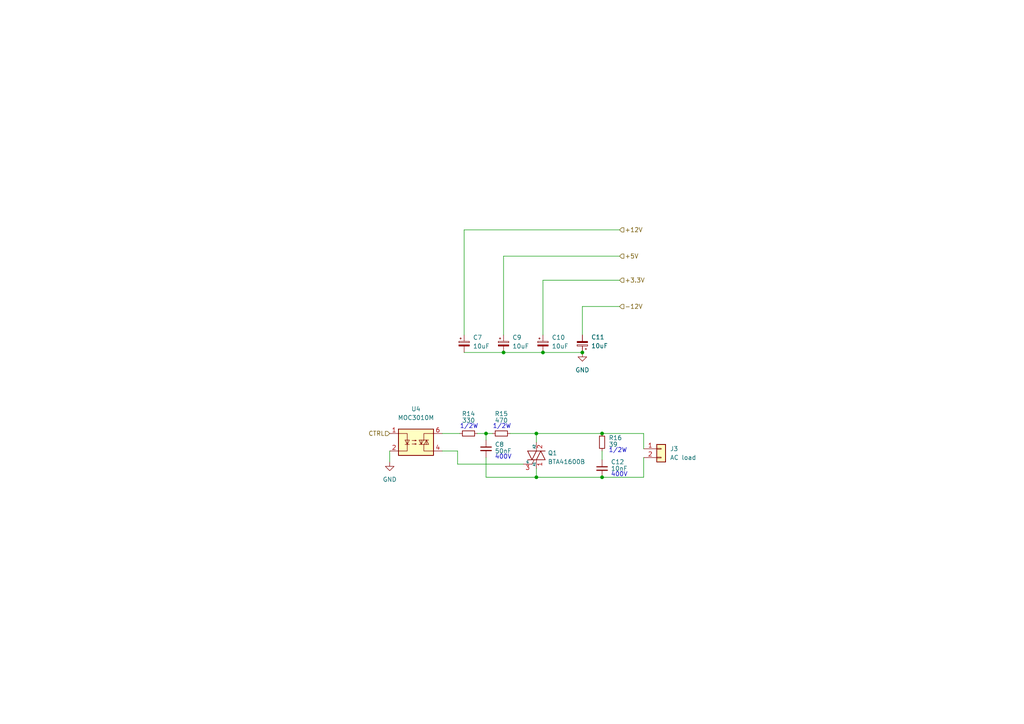
<source format=kicad_sch>
(kicad_sch (version 20211123) (generator eeschema)
  (paper "A4")
  (lib_symbols
    (symbol "Connector_Generic:Conn_01x02" (pin_names (offset 1.016) hide)
      (property "Reference" "J" (at 0 2.54 0))
      (property "Value" "Conn_01x02" (at 0 -5.08 0))
      (symbol "Conn_01x02_1_1"
        (rectangle (start -1.27 -2.413) (end 0 -2.667) (stroke (width 0.1524)))
        (rectangle (start -1.27 0.127) (end 0 -0.127) (stroke (width 0.1524)))
        (rectangle (start -1.27 1.27) (end 1.27 -3.81) (stroke (width 0.254)) (fill (type background)))
        (pin passive line (at -5.08 0 0) (length 3.81) (name "Pin_1") (number "1"))
        (pin passive line (at -5.08 -2.54 0) (length 3.81) (name "Pin_2") (number "2"))
      )
    )
    (symbol "Device:C_Polarized_Small" (pin_numbers hide) (pin_names (offset 0.254) hide)
      (property "Reference" "C" (at 0.254 1.778 0))
      (property "Value" "C_Polarized_Small" (at 0.254 -2.032 0))
      (symbol "C_Polarized_Small_0_1"
        (rectangle (start -1.524 -0.3048) (end 1.524 -0.6858) (fill (type outline)))
        (rectangle (start -1.524 0.6858) (end 1.524 0.3048))
        (polyline (pts (xy -1.27 1.524) (xy -0.762 1.524)))
        (polyline (pts (xy -1.016 1.27) (xy -1.016 1.778)))
      )
      (symbol "C_Polarized_Small_1_1"
        (pin passive line (at 0 2.54 270) (length 1.8542) (name "~") (number "1"))
        (pin passive line (at 0 -2.54 90) (length 1.8542) (name "~") (number "2"))
      )
    )
    (symbol "Device:C_Small" (pin_numbers hide) (pin_names (offset 0.254) hide)
      (property "Reference" "C" (at 0.254 1.778 0))
      (property "Value" "C_Small" (at 0.254 -2.032 0))
      (symbol "C_Small_0_1"
        (polyline (pts (xy -1.524 -0.508) (xy 1.524 -0.508)) (stroke (width 0.3302)))
        (polyline (pts (xy -1.524 0.508) (xy 1.524 0.508)) (stroke (width 0.3048)))
      )
      (symbol "C_Small_1_1"
        (pin passive line (at 0 2.54 270) (length 2.032) (name "~") (number "1"))
        (pin passive line (at 0 -2.54 90) (length 2.032) (name "~") (number "2"))
      )
    )
    (symbol "Device:R_Small" (pin_numbers hide) (pin_names (offset 0.254) hide)
      (property "Reference" "R" (at 0.762 0.508 0))
      (property "Value" "R_Small" (at 0.762 -1.016 0))
      (symbol "R_Small_0_1"
        (rectangle (start -0.762 1.778) (end 0.762 -1.778) (stroke (width 0.2032)))
      )
      (symbol "R_Small_1_1"
        (pin passive line (at 0 2.54 270) (length 0.762) (name "~") (number "1"))
        (pin passive line (at 0 -2.54 90) (length 0.762) (name "~") (number "2"))
      )
    )
    (symbol "Relay_SolidState:MOC3010M"
      (property "Reference" "U" (at -5.334 4.826 0))
      (property "Value" "MOC3010M" (at 0 5.08 0))
      (symbol "MOC3010M_0_1"
        (rectangle (start -5.08 3.81) (end 5.08 -3.81) (stroke (width 0.254)) (fill (type background)))
        (polyline (pts (xy -3.175 -0.635) (xy -1.905 -0.635)))
        (polyline (pts (xy 1.524 -0.635) (xy 1.524 0.635)))
        (polyline (pts (xy 3.048 0.635) (xy 3.048 -0.635)))
        (polyline (pts (xy 2.286 -0.635) (xy 2.286 -2.54) (xy 5.08 -2.54)))
        (polyline (pts (xy 2.286 0.635) (xy 2.286 2.54) (xy 5.08 2.54)))
        (polyline (pts (xy -5.08 2.54) (xy -2.54 2.54) (xy -2.54 -2.54) (xy -5.08 -2.54)))
        (polyline (pts (xy -2.54 -0.635) (xy -3.175 0.635) (xy -1.905 0.635) (xy -2.54 -0.635)))
        (polyline (pts (xy 0.889 -0.635) (xy 3.683 -0.635) (xy 3.048 0.635) (xy 2.413 -0.635)))
        (polyline (pts (xy 3.683 0.635) (xy 0.889 0.635) (xy 1.524 -0.635) (xy 2.159 0.635)))
        (polyline (pts (xy -1.143 -0.508) (xy 0.127 -0.508) (xy -0.254 -0.635) (xy -0.254 -0.381) (xy 0.127 -0.508)))
        (polyline (pts (xy -1.143 0.508) (xy 0.127 0.508) (xy -0.254 0.381) (xy -0.254 0.635) (xy 0.127 0.508)))
      )
      (symbol "MOC3010M_1_1"
        (pin passive line (at -7.62 2.54 0) (length 2.54) (name "~") (number "1"))
        (pin passive line (at -7.62 -2.54 0) (length 2.54) (name "~") (number "2"))
        (pin no_connect line (at -5.08 0 0) (length 2.54) hide (name "NC") (number "3"))
        (pin passive line (at 7.62 -2.54 180) (length 2.54) (name "~") (number "4"))
        (pin no_connect line (at 5.08 0 180) (length 2.54) hide (name "NC") (number "5"))
        (pin passive line (at 7.62 2.54 180) (length 2.54) (name "~") (number "6"))
      )
    )
    (symbol "Triac_Thyristor:BTA16-600B" (pin_names (offset 0))
      (property "Reference" "Q" (at 5.08 1.905 0))
      (property "Value" "BTA16-600B" (at 5.08 0 0))
      (symbol "BTA16-600B_0_1"
        (polyline (pts (xy -2.54 -1.27) (xy 2.54 -1.27)) (stroke (width 0.2032)))
        (polyline (pts (xy -2.54 1.27) (xy 2.54 1.27)) (stroke (width 0.2032)))
        (polyline (pts (xy -1.27 -2.54) (xy -0.635 -1.27)))
        (polyline (pts (xy -2.54 1.27) (xy -1.27 -1.27) (xy 0 1.27)) (stroke (width 0.2032)))
        (polyline (pts (xy 0 -1.27) (xy 1.27 1.27) (xy 2.54 -1.27)) (stroke (width 0.2032)))
      )
      (symbol "BTA16-600B_1_1"
        (pin passive line (at 0 -3.81 90) (length 2.54) (name "A1") (number "1"))
        (pin passive line (at 0 3.81 270) (length 2.54) (name "A2") (number "2"))
        (pin input line (at -3.81 -2.54 0) (length 2.54) (name "G") (number "3"))
      )
    )
    (symbol "power:GND" (power) (pin_names (offset 0))
      (property "Value" "GND" (at 0 -3.81 0))
      (symbol "GND_0_1"
        (polyline (pts (xy 0 0) (xy 0 -1.27) (xy 1.27 -1.27) (xy 0 -2.54) (xy -1.27 -1.27) (xy 0 -1.27)))
      )
      (symbol "GND_1_1"
        (pin power_in line (at 0 0 270) (length 0) hide (name "GND") (number "1"))
      )
    )
  )
  (junction (at 174.625 138.43))
  (junction (at 140.97 125.73))
  (junction (at 157.48 102.235))
  (junction (at 146.05 102.235))
  (junction (at 168.91 102.235))
  (junction (at 155.575 125.73))
  (junction (at 155.575 138.43))
  (junction (at 174.625 125.73))
  (wire (pts (xy 179.705 88.9) (xy 168.91 88.9)))
  (wire (pts (xy 186.69 130.175) (xy 186.69 125.73)))
  (wire (pts (xy 132.715 134.62) (xy 132.715 130.81)))
  (wire (pts (xy 179.705 66.675) (xy 134.62 66.675)))
  (wire (pts (xy 146.05 102.235) (xy 157.48 102.235)))
  (wire (pts (xy 146.05 74.295) (xy 146.05 97.155)))
  (wire (pts (xy 157.48 81.28) (xy 157.48 97.155)))
  (wire (pts (xy 157.48 102.235) (xy 168.91 102.235)))
  (wire (pts (xy 140.97 138.43) (xy 140.97 132.715)))
  (wire (pts (xy 147.955 125.73) (xy 155.575 125.73)))
  (wire (pts (xy 174.625 138.43) (xy 155.575 138.43)))
  (wire (pts (xy 151.765 134.62) (xy 132.715 134.62)))
  (wire (pts (xy 138.43 125.73) (xy 140.97 125.73)))
  (wire (pts (xy 186.69 132.715) (xy 186.69 138.43)))
  (wire (pts (xy 179.705 74.295) (xy 146.05 74.295)))
  (wire (pts (xy 134.62 102.235) (xy 146.05 102.235)))
  (wire (pts (xy 168.91 88.9) (xy 168.91 97.155)))
  (wire (pts (xy 140.97 125.73) (xy 142.875 125.73)))
  (wire (pts (xy 174.625 130.81) (xy 174.625 133.35)))
  (wire (pts (xy 155.575 135.89) (xy 155.575 138.43)))
  (wire (pts (xy 128.27 125.73) (xy 133.35 125.73)))
  (wire (pts (xy 113.03 130.81) (xy 113.03 133.985)))
  (wire (pts (xy 186.69 138.43) (xy 174.625 138.43)))
  (wire (pts (xy 186.69 125.73) (xy 174.625 125.73)))
  (wire (pts (xy 155.575 125.73) (xy 174.625 125.73)))
  (wire (pts (xy 140.97 125.73) (xy 140.97 127.635)))
  (wire (pts (xy 179.705 81.28) (xy 157.48 81.28)))
  (wire (pts (xy 132.715 130.81) (xy 128.27 130.81)))
  (wire (pts (xy 134.62 66.675) (xy 134.62 97.155)))
  (wire (pts (xy 155.575 138.43) (xy 140.97 138.43)))
  (wire (pts (xy 155.575 125.73) (xy 155.575 128.27)))
  (text "400V" (at 177.165 138.43 0) (effects (font (size 1.27 1.27)) (justify left bottom)))
  (text "1/2W" (at 176.53 131.445 0) (effects (font (size 1.27 1.27)) (justify left bottom)))
  (text "400V" (at 143.51 133.35 0) (effects (font (size 1.27 1.27)) (justify left bottom)))
  (text "1/2W" (at 133.35 124.46 0) (effects (font (size 1.27 1.27)) (justify left bottom)))
  (text "1/2W" (at 142.875 124.46 0) (effects (font (size 1.27 1.27)) (justify left bottom)))
  (hierarchical_label "-12V" (shape input) (at 179.705 88.9 0))
  (hierarchical_label "+3.3V" (shape input) (at 179.705 81.28 0))
  (hierarchical_label "CTRL" (shape input) (at 113.03 125.73 180))
  (hierarchical_label "+5V" (shape input) (at 179.705 74.295 0))
  (hierarchical_label "+12V" (shape input) (at 179.705 66.675 0))
  (symbol (lib_id "power:GND") (at 168.91 102.235 0) (unit 1)
    (property "Reference" "#PWR034" (effects hide))
    (property "Value" "GND" (at 168.91 107.315 0))
  )
  (symbol (lib_id "Device:C_Polarized_Small") (at 157.48 99.695 0) (unit 1)
    (property "Reference" "C10" (at 160.02 97.8788 0) (effects (justify left)))
    (property "Value" "10uF" (at 160.02 100.4188 0) (effects (justify left)))
  )
  (symbol (lib_id "Device:R_Small") (at 174.625 128.27 0) (unit 1)
    (property "Reference" "R16" (at 176.53 127 0) (effects (justify left)))
    (property "Value" "39" (at 176.53 128.905 0) (effects (justify left)))
  )
  (symbol (lib_id "Device:C_Polarized_Small") (at 168.91 99.695 180) (unit 1)
    (property "Reference" "C11" (at 171.45 97.79 0) (effects (justify right)))
    (property "Value" "10uF" (at 171.45 100.33 0) (effects (justify right)))
  )
  (symbol (lib_id "Device:C_Polarized_Small") (at 146.05 99.695 0) (unit 1)
    (property "Reference" "C9" (at 148.59 97.8788 0) (effects (justify left)))
    (property "Value" "10uF" (at 148.59 100.4188 0) (effects (justify left)))
  )
  (symbol (lib_id "Triac_Thyristor:BTA16-600B") (at 155.575 132.08 0) (unit 1)
    (property "Reference" "Q1" (at 158.877 131.3941 0) (effects (justify left)))
    (property "Value" "BTA41600B" (at 158.877 133.9341 0) (effects (justify left)))
    (property "Footprint" "Package_TO_SOT_THT:TO-220-3_Vertical" (effects hide))
    (property "Datasheet" "https://www.st.com/resource/en/datasheet/bta16.pdf" (effects hide))
  )
  (symbol (lib_id "Device:R_Small") (at 135.89 125.73 90) (unit 1)
    (property "Reference" "R14" (at 135.89 120.015 90))
    (property "Value" "330" (at 135.89 121.92 90))
  )
  (symbol (lib_id "Device:C_Small") (at 174.625 135.89 0) (unit 1)
    (property "Reference" "C12" (at 177.165 133.985 0) (effects (justify left)))
    (property "Value" "10nF" (at 177.165 135.89 0) (effects (justify left)))
  )
  (symbol (lib_id "power:GND") (at 113.03 133.985 0) (unit 1)
    (property "Reference" "#PWR033" (effects hide))
    (property "Value" "GND" (at 113.03 139.065 0))
  )
  (symbol (lib_id "Device:C_Polarized_Small") (at 134.62 99.695 0) (unit 1)
    (property "Reference" "C7" (at 137.16 97.8788 0) (effects (justify left)))
    (property "Value" "10uF" (at 137.16 100.4188 0) (effects (justify left)))
  )
  (symbol (lib_id "Device:C_Small") (at 140.97 130.175 0) (unit 1)
    (property "Reference" "C8" (at 143.51 128.905 0) (effects (justify left)))
    (property "Value" "50nF" (at 143.51 130.81 0) (effects (justify left)))
  )
  (symbol (lib_id "Connector_Generic:Conn_01x02") (at 191.77 130.175 0) (unit 1)
    (property "Reference" "J3" (at 194.31 130.1749 0) (effects (justify left)))
    (property "Value" "AC load" (at 194.31 132.7149 0) (effects (justify left)))
  )
  (symbol (lib_id "Device:R_Small") (at 145.415 125.73 90) (unit 1)
    (property "Reference" "R15" (at 145.415 120.015 90))
    (property "Value" "470" (at 145.415 121.92 90))
  )
  (symbol (lib_id "Relay_SolidState:MOC3010M") (at 120.65 128.27 0) (unit 1)
    (property "Reference" "U4" (at 120.65 118.618 0))
    (property "Value" "MOC3010M" (at 120.65 121.158 0))
    (property "Datasheet" "https://www.onsemi.com/pub/Collateral/MOC3023M-D.PDF" (effects hide))
  )
)
</source>
